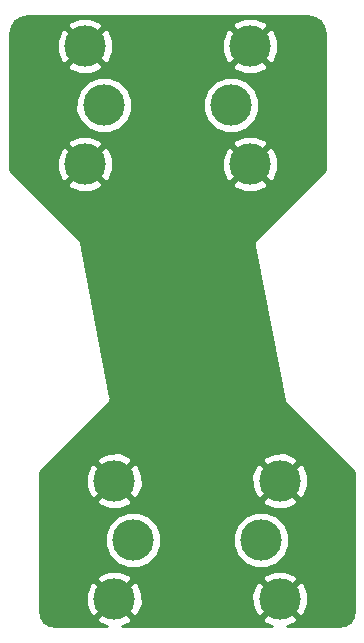
<source format=gbl>
G04 #@! TF.FileFunction,Copper,L2,Bot,Signal*
%FSLAX46Y46*%
G04 Gerber Fmt 4.6, Leading zero omitted, Abs format (unit mm)*
G04 Created by KiCad (PCBNEW 4.0.1-stable) date Tuesday, April 26, 2016 'AMt' 05:14:25 AM*
%MOMM*%
G01*
G04 APERTURE LIST*
%ADD10C,0.100000*%
%ADD11C,3.500000*%
%ADD12C,0.254000*%
G04 APERTURE END LIST*
D10*
D11*
X137400000Y-115000000D03*
X139000000Y-120000000D03*
X139000000Y-110000000D03*
X126600000Y-115000000D03*
X125000000Y-110000000D03*
X125000000Y-120000000D03*
X134900000Y-78200000D03*
X136500000Y-83200000D03*
X136500000Y-73200000D03*
X124100000Y-78200000D03*
X122500000Y-73200000D03*
X122500000Y-83200000D03*
D12*
G36*
X141998094Y-70797497D02*
X142420357Y-71079643D01*
X142702503Y-71501906D01*
X142815000Y-72067466D01*
X142815000Y-83716264D01*
X137015632Y-89515632D01*
X136979349Y-89569933D01*
X136932876Y-89615819D01*
X136905823Y-89679973D01*
X136867143Y-89737862D01*
X136854402Y-89801914D01*
X136829026Y-89862092D01*
X136828583Y-89931714D01*
X136815000Y-90000000D01*
X136827741Y-90064055D01*
X136827326Y-90129360D01*
X139327326Y-103129360D01*
X139353560Y-103193852D01*
X139367143Y-103262138D01*
X139403426Y-103316440D01*
X139428034Y-103376934D01*
X139476951Y-103426477D01*
X139515632Y-103484368D01*
X145315000Y-109283736D01*
X145315000Y-120932534D01*
X145202503Y-121498094D01*
X144920357Y-121920357D01*
X144498094Y-122202503D01*
X143932533Y-122315000D01*
X139658966Y-122315000D01*
X140324636Y-122039271D01*
X140514923Y-121694528D01*
X139000000Y-120179605D01*
X137485077Y-121694528D01*
X137675364Y-122039271D01*
X138366266Y-122315000D01*
X125658966Y-122315000D01*
X126324636Y-122039271D01*
X126514923Y-121694528D01*
X125000000Y-120179605D01*
X123485077Y-121694528D01*
X123675364Y-122039271D01*
X124366266Y-122315000D01*
X120067466Y-122315000D01*
X119501906Y-122202503D01*
X119079643Y-121920357D01*
X118797497Y-121498094D01*
X118685000Y-120932533D01*
X118685000Y-119556591D01*
X122609044Y-119556591D01*
X122621359Y-120505323D01*
X122960729Y-121324636D01*
X123305472Y-121514923D01*
X124820395Y-120000000D01*
X125179605Y-120000000D01*
X126694528Y-121514923D01*
X127039271Y-121324636D01*
X127390956Y-120443409D01*
X127379445Y-119556591D01*
X136609044Y-119556591D01*
X136621359Y-120505323D01*
X136960729Y-121324636D01*
X137305472Y-121514923D01*
X138820395Y-120000000D01*
X139179605Y-120000000D01*
X140694528Y-121514923D01*
X141039271Y-121324636D01*
X141390956Y-120443409D01*
X141378641Y-119494677D01*
X141039271Y-118675364D01*
X140694528Y-118485077D01*
X139179605Y-120000000D01*
X138820395Y-120000000D01*
X137305472Y-118485077D01*
X136960729Y-118675364D01*
X136609044Y-119556591D01*
X127379445Y-119556591D01*
X127378641Y-119494677D01*
X127039271Y-118675364D01*
X126694528Y-118485077D01*
X125179605Y-120000000D01*
X124820395Y-120000000D01*
X123305472Y-118485077D01*
X122960729Y-118675364D01*
X122609044Y-119556591D01*
X118685000Y-119556591D01*
X118685000Y-118305472D01*
X123485077Y-118305472D01*
X125000000Y-119820395D01*
X126514923Y-118305472D01*
X137485077Y-118305472D01*
X139000000Y-119820395D01*
X140514923Y-118305472D01*
X140324636Y-117960729D01*
X139443409Y-117609044D01*
X138494677Y-117621359D01*
X137675364Y-117960729D01*
X137485077Y-118305472D01*
X126514923Y-118305472D01*
X126324636Y-117960729D01*
X125443409Y-117609044D01*
X124494677Y-117621359D01*
X123675364Y-117960729D01*
X123485077Y-118305472D01*
X118685000Y-118305472D01*
X118685000Y-115472325D01*
X124214587Y-115472325D01*
X124576916Y-116349229D01*
X125247242Y-117020726D01*
X126123513Y-117384585D01*
X127072325Y-117385413D01*
X127949229Y-117023084D01*
X128620726Y-116352758D01*
X128984585Y-115476487D01*
X128984588Y-115472325D01*
X135014587Y-115472325D01*
X135376916Y-116349229D01*
X136047242Y-117020726D01*
X136923513Y-117384585D01*
X137872325Y-117385413D01*
X138749229Y-117023084D01*
X139420726Y-116352758D01*
X139784585Y-115476487D01*
X139785413Y-114527675D01*
X139423084Y-113650771D01*
X138752758Y-112979274D01*
X137876487Y-112615415D01*
X136927675Y-112614587D01*
X136050771Y-112976916D01*
X135379274Y-113647242D01*
X135015415Y-114523513D01*
X135014587Y-115472325D01*
X128984588Y-115472325D01*
X128985413Y-114527675D01*
X128623084Y-113650771D01*
X127952758Y-112979274D01*
X127076487Y-112615415D01*
X126127675Y-112614587D01*
X125250771Y-112976916D01*
X124579274Y-113647242D01*
X124215415Y-114523513D01*
X124214587Y-115472325D01*
X118685000Y-115472325D01*
X118685000Y-111694528D01*
X123485077Y-111694528D01*
X123675364Y-112039271D01*
X124556591Y-112390956D01*
X125505323Y-112378641D01*
X126324636Y-112039271D01*
X126514923Y-111694528D01*
X137485077Y-111694528D01*
X137675364Y-112039271D01*
X138556591Y-112390956D01*
X139505323Y-112378641D01*
X140324636Y-112039271D01*
X140514923Y-111694528D01*
X139000000Y-110179605D01*
X137485077Y-111694528D01*
X126514923Y-111694528D01*
X125000000Y-110179605D01*
X123485077Y-111694528D01*
X118685000Y-111694528D01*
X118685000Y-109556591D01*
X122609044Y-109556591D01*
X122621359Y-110505323D01*
X122960729Y-111324636D01*
X123305472Y-111514923D01*
X124820395Y-110000000D01*
X125179605Y-110000000D01*
X126694528Y-111514923D01*
X127039271Y-111324636D01*
X127390956Y-110443409D01*
X127379445Y-109556591D01*
X136609044Y-109556591D01*
X136621359Y-110505323D01*
X136960729Y-111324636D01*
X137305472Y-111514923D01*
X138820395Y-110000000D01*
X139179605Y-110000000D01*
X140694528Y-111514923D01*
X141039271Y-111324636D01*
X141390956Y-110443409D01*
X141378641Y-109494677D01*
X141039271Y-108675364D01*
X140694528Y-108485077D01*
X139179605Y-110000000D01*
X138820395Y-110000000D01*
X137305472Y-108485077D01*
X136960729Y-108675364D01*
X136609044Y-109556591D01*
X127379445Y-109556591D01*
X127378641Y-109494677D01*
X127039271Y-108675364D01*
X126694528Y-108485077D01*
X125179605Y-110000000D01*
X124820395Y-110000000D01*
X123305472Y-108485077D01*
X122960729Y-108675364D01*
X122609044Y-109556591D01*
X118685000Y-109556591D01*
X118685000Y-109283736D01*
X119663264Y-108305472D01*
X123485077Y-108305472D01*
X125000000Y-109820395D01*
X126514923Y-108305472D01*
X137485077Y-108305472D01*
X139000000Y-109820395D01*
X140514923Y-108305472D01*
X140324636Y-107960729D01*
X139443409Y-107609044D01*
X138494677Y-107621359D01*
X137675364Y-107960729D01*
X137485077Y-108305472D01*
X126514923Y-108305472D01*
X126324636Y-107960729D01*
X125443409Y-107609044D01*
X124494677Y-107621359D01*
X123675364Y-107960729D01*
X123485077Y-108305472D01*
X119663264Y-108305472D01*
X124484368Y-103484368D01*
X124520651Y-103430066D01*
X124567124Y-103384181D01*
X124594177Y-103320027D01*
X124632857Y-103262138D01*
X124645598Y-103198086D01*
X124670974Y-103137908D01*
X124671417Y-103068287D01*
X124685000Y-103000000D01*
X124672259Y-102935945D01*
X124672674Y-102870639D01*
X122172674Y-89870640D01*
X122146440Y-89806148D01*
X122132857Y-89737862D01*
X122096575Y-89683561D01*
X122071966Y-89623065D01*
X122023048Y-89573521D01*
X121984368Y-89515632D01*
X117363264Y-84894528D01*
X120985077Y-84894528D01*
X121175364Y-85239271D01*
X122056591Y-85590956D01*
X123005323Y-85578641D01*
X123824636Y-85239271D01*
X124014923Y-84894528D01*
X134985077Y-84894528D01*
X135175364Y-85239271D01*
X136056591Y-85590956D01*
X137005323Y-85578641D01*
X137824636Y-85239271D01*
X138014923Y-84894528D01*
X136500000Y-83379605D01*
X134985077Y-84894528D01*
X124014923Y-84894528D01*
X122500000Y-83379605D01*
X120985077Y-84894528D01*
X117363264Y-84894528D01*
X116185000Y-83716264D01*
X116185000Y-82756591D01*
X120109044Y-82756591D01*
X120121359Y-83705323D01*
X120460729Y-84524636D01*
X120805472Y-84714923D01*
X122320395Y-83200000D01*
X122679605Y-83200000D01*
X124194528Y-84714923D01*
X124539271Y-84524636D01*
X124890956Y-83643409D01*
X124879445Y-82756591D01*
X134109044Y-82756591D01*
X134121359Y-83705323D01*
X134460729Y-84524636D01*
X134805472Y-84714923D01*
X136320395Y-83200000D01*
X136679605Y-83200000D01*
X138194528Y-84714923D01*
X138539271Y-84524636D01*
X138890956Y-83643409D01*
X138878641Y-82694677D01*
X138539271Y-81875364D01*
X138194528Y-81685077D01*
X136679605Y-83200000D01*
X136320395Y-83200000D01*
X134805472Y-81685077D01*
X134460729Y-81875364D01*
X134109044Y-82756591D01*
X124879445Y-82756591D01*
X124878641Y-82694677D01*
X124539271Y-81875364D01*
X124194528Y-81685077D01*
X122679605Y-83200000D01*
X122320395Y-83200000D01*
X120805472Y-81685077D01*
X120460729Y-81875364D01*
X120109044Y-82756591D01*
X116185000Y-82756591D01*
X116185000Y-81505472D01*
X120985077Y-81505472D01*
X122500000Y-83020395D01*
X124014923Y-81505472D01*
X134985077Y-81505472D01*
X136500000Y-83020395D01*
X138014923Y-81505472D01*
X137824636Y-81160729D01*
X136943409Y-80809044D01*
X135994677Y-80821359D01*
X135175364Y-81160729D01*
X134985077Y-81505472D01*
X124014923Y-81505472D01*
X123824636Y-81160729D01*
X122943409Y-80809044D01*
X121994677Y-80821359D01*
X121175364Y-81160729D01*
X120985077Y-81505472D01*
X116185000Y-81505472D01*
X116185000Y-78672325D01*
X121714587Y-78672325D01*
X122076916Y-79549229D01*
X122747242Y-80220726D01*
X123623513Y-80584585D01*
X124572325Y-80585413D01*
X125449229Y-80223084D01*
X126120726Y-79552758D01*
X126484585Y-78676487D01*
X126484588Y-78672325D01*
X132514587Y-78672325D01*
X132876916Y-79549229D01*
X133547242Y-80220726D01*
X134423513Y-80584585D01*
X135372325Y-80585413D01*
X136249229Y-80223084D01*
X136920726Y-79552758D01*
X137284585Y-78676487D01*
X137285413Y-77727675D01*
X136923084Y-76850771D01*
X136252758Y-76179274D01*
X135376487Y-75815415D01*
X134427675Y-75814587D01*
X133550771Y-76176916D01*
X132879274Y-76847242D01*
X132515415Y-77723513D01*
X132514587Y-78672325D01*
X126484588Y-78672325D01*
X126485413Y-77727675D01*
X126123084Y-76850771D01*
X125452758Y-76179274D01*
X124576487Y-75815415D01*
X123627675Y-75814587D01*
X122750771Y-76176916D01*
X122079274Y-76847242D01*
X121715415Y-77723513D01*
X121714587Y-78672325D01*
X116185000Y-78672325D01*
X116185000Y-74894528D01*
X120985077Y-74894528D01*
X121175364Y-75239271D01*
X122056591Y-75590956D01*
X123005323Y-75578641D01*
X123824636Y-75239271D01*
X124014923Y-74894528D01*
X134985077Y-74894528D01*
X135175364Y-75239271D01*
X136056591Y-75590956D01*
X137005323Y-75578641D01*
X137824636Y-75239271D01*
X138014923Y-74894528D01*
X136500000Y-73379605D01*
X134985077Y-74894528D01*
X124014923Y-74894528D01*
X122500000Y-73379605D01*
X120985077Y-74894528D01*
X116185000Y-74894528D01*
X116185000Y-72756591D01*
X120109044Y-72756591D01*
X120121359Y-73705323D01*
X120460729Y-74524636D01*
X120805472Y-74714923D01*
X122320395Y-73200000D01*
X122679605Y-73200000D01*
X124194528Y-74714923D01*
X124539271Y-74524636D01*
X124890956Y-73643409D01*
X124879445Y-72756591D01*
X134109044Y-72756591D01*
X134121359Y-73705323D01*
X134460729Y-74524636D01*
X134805472Y-74714923D01*
X136320395Y-73200000D01*
X136679605Y-73200000D01*
X138194528Y-74714923D01*
X138539271Y-74524636D01*
X138890956Y-73643409D01*
X138878641Y-72694677D01*
X138539271Y-71875364D01*
X138194528Y-71685077D01*
X136679605Y-73200000D01*
X136320395Y-73200000D01*
X134805472Y-71685077D01*
X134460729Y-71875364D01*
X134109044Y-72756591D01*
X124879445Y-72756591D01*
X124878641Y-72694677D01*
X124539271Y-71875364D01*
X124194528Y-71685077D01*
X122679605Y-73200000D01*
X122320395Y-73200000D01*
X120805472Y-71685077D01*
X120460729Y-71875364D01*
X120109044Y-72756591D01*
X116185000Y-72756591D01*
X116185000Y-72067467D01*
X116296787Y-71505472D01*
X120985077Y-71505472D01*
X122500000Y-73020395D01*
X124014923Y-71505472D01*
X134985077Y-71505472D01*
X136500000Y-73020395D01*
X138014923Y-71505472D01*
X137824636Y-71160729D01*
X136943409Y-70809044D01*
X135994677Y-70821359D01*
X135175364Y-71160729D01*
X134985077Y-71505472D01*
X124014923Y-71505472D01*
X123824636Y-71160729D01*
X122943409Y-70809044D01*
X121994677Y-70821359D01*
X121175364Y-71160729D01*
X120985077Y-71505472D01*
X116296787Y-71505472D01*
X116297497Y-71501906D01*
X116579643Y-71079643D01*
X117001906Y-70797497D01*
X117567466Y-70685000D01*
X141432533Y-70685000D01*
X141998094Y-70797497D01*
X141998094Y-70797497D01*
G37*
X141998094Y-70797497D02*
X142420357Y-71079643D01*
X142702503Y-71501906D01*
X142815000Y-72067466D01*
X142815000Y-83716264D01*
X137015632Y-89515632D01*
X136979349Y-89569933D01*
X136932876Y-89615819D01*
X136905823Y-89679973D01*
X136867143Y-89737862D01*
X136854402Y-89801914D01*
X136829026Y-89862092D01*
X136828583Y-89931714D01*
X136815000Y-90000000D01*
X136827741Y-90064055D01*
X136827326Y-90129360D01*
X139327326Y-103129360D01*
X139353560Y-103193852D01*
X139367143Y-103262138D01*
X139403426Y-103316440D01*
X139428034Y-103376934D01*
X139476951Y-103426477D01*
X139515632Y-103484368D01*
X145315000Y-109283736D01*
X145315000Y-120932534D01*
X145202503Y-121498094D01*
X144920357Y-121920357D01*
X144498094Y-122202503D01*
X143932533Y-122315000D01*
X139658966Y-122315000D01*
X140324636Y-122039271D01*
X140514923Y-121694528D01*
X139000000Y-120179605D01*
X137485077Y-121694528D01*
X137675364Y-122039271D01*
X138366266Y-122315000D01*
X125658966Y-122315000D01*
X126324636Y-122039271D01*
X126514923Y-121694528D01*
X125000000Y-120179605D01*
X123485077Y-121694528D01*
X123675364Y-122039271D01*
X124366266Y-122315000D01*
X120067466Y-122315000D01*
X119501906Y-122202503D01*
X119079643Y-121920357D01*
X118797497Y-121498094D01*
X118685000Y-120932533D01*
X118685000Y-119556591D01*
X122609044Y-119556591D01*
X122621359Y-120505323D01*
X122960729Y-121324636D01*
X123305472Y-121514923D01*
X124820395Y-120000000D01*
X125179605Y-120000000D01*
X126694528Y-121514923D01*
X127039271Y-121324636D01*
X127390956Y-120443409D01*
X127379445Y-119556591D01*
X136609044Y-119556591D01*
X136621359Y-120505323D01*
X136960729Y-121324636D01*
X137305472Y-121514923D01*
X138820395Y-120000000D01*
X139179605Y-120000000D01*
X140694528Y-121514923D01*
X141039271Y-121324636D01*
X141390956Y-120443409D01*
X141378641Y-119494677D01*
X141039271Y-118675364D01*
X140694528Y-118485077D01*
X139179605Y-120000000D01*
X138820395Y-120000000D01*
X137305472Y-118485077D01*
X136960729Y-118675364D01*
X136609044Y-119556591D01*
X127379445Y-119556591D01*
X127378641Y-119494677D01*
X127039271Y-118675364D01*
X126694528Y-118485077D01*
X125179605Y-120000000D01*
X124820395Y-120000000D01*
X123305472Y-118485077D01*
X122960729Y-118675364D01*
X122609044Y-119556591D01*
X118685000Y-119556591D01*
X118685000Y-118305472D01*
X123485077Y-118305472D01*
X125000000Y-119820395D01*
X126514923Y-118305472D01*
X137485077Y-118305472D01*
X139000000Y-119820395D01*
X140514923Y-118305472D01*
X140324636Y-117960729D01*
X139443409Y-117609044D01*
X138494677Y-117621359D01*
X137675364Y-117960729D01*
X137485077Y-118305472D01*
X126514923Y-118305472D01*
X126324636Y-117960729D01*
X125443409Y-117609044D01*
X124494677Y-117621359D01*
X123675364Y-117960729D01*
X123485077Y-118305472D01*
X118685000Y-118305472D01*
X118685000Y-115472325D01*
X124214587Y-115472325D01*
X124576916Y-116349229D01*
X125247242Y-117020726D01*
X126123513Y-117384585D01*
X127072325Y-117385413D01*
X127949229Y-117023084D01*
X128620726Y-116352758D01*
X128984585Y-115476487D01*
X128984588Y-115472325D01*
X135014587Y-115472325D01*
X135376916Y-116349229D01*
X136047242Y-117020726D01*
X136923513Y-117384585D01*
X137872325Y-117385413D01*
X138749229Y-117023084D01*
X139420726Y-116352758D01*
X139784585Y-115476487D01*
X139785413Y-114527675D01*
X139423084Y-113650771D01*
X138752758Y-112979274D01*
X137876487Y-112615415D01*
X136927675Y-112614587D01*
X136050771Y-112976916D01*
X135379274Y-113647242D01*
X135015415Y-114523513D01*
X135014587Y-115472325D01*
X128984588Y-115472325D01*
X128985413Y-114527675D01*
X128623084Y-113650771D01*
X127952758Y-112979274D01*
X127076487Y-112615415D01*
X126127675Y-112614587D01*
X125250771Y-112976916D01*
X124579274Y-113647242D01*
X124215415Y-114523513D01*
X124214587Y-115472325D01*
X118685000Y-115472325D01*
X118685000Y-111694528D01*
X123485077Y-111694528D01*
X123675364Y-112039271D01*
X124556591Y-112390956D01*
X125505323Y-112378641D01*
X126324636Y-112039271D01*
X126514923Y-111694528D01*
X137485077Y-111694528D01*
X137675364Y-112039271D01*
X138556591Y-112390956D01*
X139505323Y-112378641D01*
X140324636Y-112039271D01*
X140514923Y-111694528D01*
X139000000Y-110179605D01*
X137485077Y-111694528D01*
X126514923Y-111694528D01*
X125000000Y-110179605D01*
X123485077Y-111694528D01*
X118685000Y-111694528D01*
X118685000Y-109556591D01*
X122609044Y-109556591D01*
X122621359Y-110505323D01*
X122960729Y-111324636D01*
X123305472Y-111514923D01*
X124820395Y-110000000D01*
X125179605Y-110000000D01*
X126694528Y-111514923D01*
X127039271Y-111324636D01*
X127390956Y-110443409D01*
X127379445Y-109556591D01*
X136609044Y-109556591D01*
X136621359Y-110505323D01*
X136960729Y-111324636D01*
X137305472Y-111514923D01*
X138820395Y-110000000D01*
X139179605Y-110000000D01*
X140694528Y-111514923D01*
X141039271Y-111324636D01*
X141390956Y-110443409D01*
X141378641Y-109494677D01*
X141039271Y-108675364D01*
X140694528Y-108485077D01*
X139179605Y-110000000D01*
X138820395Y-110000000D01*
X137305472Y-108485077D01*
X136960729Y-108675364D01*
X136609044Y-109556591D01*
X127379445Y-109556591D01*
X127378641Y-109494677D01*
X127039271Y-108675364D01*
X126694528Y-108485077D01*
X125179605Y-110000000D01*
X124820395Y-110000000D01*
X123305472Y-108485077D01*
X122960729Y-108675364D01*
X122609044Y-109556591D01*
X118685000Y-109556591D01*
X118685000Y-109283736D01*
X119663264Y-108305472D01*
X123485077Y-108305472D01*
X125000000Y-109820395D01*
X126514923Y-108305472D01*
X137485077Y-108305472D01*
X139000000Y-109820395D01*
X140514923Y-108305472D01*
X140324636Y-107960729D01*
X139443409Y-107609044D01*
X138494677Y-107621359D01*
X137675364Y-107960729D01*
X137485077Y-108305472D01*
X126514923Y-108305472D01*
X126324636Y-107960729D01*
X125443409Y-107609044D01*
X124494677Y-107621359D01*
X123675364Y-107960729D01*
X123485077Y-108305472D01*
X119663264Y-108305472D01*
X124484368Y-103484368D01*
X124520651Y-103430066D01*
X124567124Y-103384181D01*
X124594177Y-103320027D01*
X124632857Y-103262138D01*
X124645598Y-103198086D01*
X124670974Y-103137908D01*
X124671417Y-103068287D01*
X124685000Y-103000000D01*
X124672259Y-102935945D01*
X124672674Y-102870639D01*
X122172674Y-89870640D01*
X122146440Y-89806148D01*
X122132857Y-89737862D01*
X122096575Y-89683561D01*
X122071966Y-89623065D01*
X122023048Y-89573521D01*
X121984368Y-89515632D01*
X117363264Y-84894528D01*
X120985077Y-84894528D01*
X121175364Y-85239271D01*
X122056591Y-85590956D01*
X123005323Y-85578641D01*
X123824636Y-85239271D01*
X124014923Y-84894528D01*
X134985077Y-84894528D01*
X135175364Y-85239271D01*
X136056591Y-85590956D01*
X137005323Y-85578641D01*
X137824636Y-85239271D01*
X138014923Y-84894528D01*
X136500000Y-83379605D01*
X134985077Y-84894528D01*
X124014923Y-84894528D01*
X122500000Y-83379605D01*
X120985077Y-84894528D01*
X117363264Y-84894528D01*
X116185000Y-83716264D01*
X116185000Y-82756591D01*
X120109044Y-82756591D01*
X120121359Y-83705323D01*
X120460729Y-84524636D01*
X120805472Y-84714923D01*
X122320395Y-83200000D01*
X122679605Y-83200000D01*
X124194528Y-84714923D01*
X124539271Y-84524636D01*
X124890956Y-83643409D01*
X124879445Y-82756591D01*
X134109044Y-82756591D01*
X134121359Y-83705323D01*
X134460729Y-84524636D01*
X134805472Y-84714923D01*
X136320395Y-83200000D01*
X136679605Y-83200000D01*
X138194528Y-84714923D01*
X138539271Y-84524636D01*
X138890956Y-83643409D01*
X138878641Y-82694677D01*
X138539271Y-81875364D01*
X138194528Y-81685077D01*
X136679605Y-83200000D01*
X136320395Y-83200000D01*
X134805472Y-81685077D01*
X134460729Y-81875364D01*
X134109044Y-82756591D01*
X124879445Y-82756591D01*
X124878641Y-82694677D01*
X124539271Y-81875364D01*
X124194528Y-81685077D01*
X122679605Y-83200000D01*
X122320395Y-83200000D01*
X120805472Y-81685077D01*
X120460729Y-81875364D01*
X120109044Y-82756591D01*
X116185000Y-82756591D01*
X116185000Y-81505472D01*
X120985077Y-81505472D01*
X122500000Y-83020395D01*
X124014923Y-81505472D01*
X134985077Y-81505472D01*
X136500000Y-83020395D01*
X138014923Y-81505472D01*
X137824636Y-81160729D01*
X136943409Y-80809044D01*
X135994677Y-80821359D01*
X135175364Y-81160729D01*
X134985077Y-81505472D01*
X124014923Y-81505472D01*
X123824636Y-81160729D01*
X122943409Y-80809044D01*
X121994677Y-80821359D01*
X121175364Y-81160729D01*
X120985077Y-81505472D01*
X116185000Y-81505472D01*
X116185000Y-78672325D01*
X121714587Y-78672325D01*
X122076916Y-79549229D01*
X122747242Y-80220726D01*
X123623513Y-80584585D01*
X124572325Y-80585413D01*
X125449229Y-80223084D01*
X126120726Y-79552758D01*
X126484585Y-78676487D01*
X126484588Y-78672325D01*
X132514587Y-78672325D01*
X132876916Y-79549229D01*
X133547242Y-80220726D01*
X134423513Y-80584585D01*
X135372325Y-80585413D01*
X136249229Y-80223084D01*
X136920726Y-79552758D01*
X137284585Y-78676487D01*
X137285413Y-77727675D01*
X136923084Y-76850771D01*
X136252758Y-76179274D01*
X135376487Y-75815415D01*
X134427675Y-75814587D01*
X133550771Y-76176916D01*
X132879274Y-76847242D01*
X132515415Y-77723513D01*
X132514587Y-78672325D01*
X126484588Y-78672325D01*
X126485413Y-77727675D01*
X126123084Y-76850771D01*
X125452758Y-76179274D01*
X124576487Y-75815415D01*
X123627675Y-75814587D01*
X122750771Y-76176916D01*
X122079274Y-76847242D01*
X121715415Y-77723513D01*
X121714587Y-78672325D01*
X116185000Y-78672325D01*
X116185000Y-74894528D01*
X120985077Y-74894528D01*
X121175364Y-75239271D01*
X122056591Y-75590956D01*
X123005323Y-75578641D01*
X123824636Y-75239271D01*
X124014923Y-74894528D01*
X134985077Y-74894528D01*
X135175364Y-75239271D01*
X136056591Y-75590956D01*
X137005323Y-75578641D01*
X137824636Y-75239271D01*
X138014923Y-74894528D01*
X136500000Y-73379605D01*
X134985077Y-74894528D01*
X124014923Y-74894528D01*
X122500000Y-73379605D01*
X120985077Y-74894528D01*
X116185000Y-74894528D01*
X116185000Y-72756591D01*
X120109044Y-72756591D01*
X120121359Y-73705323D01*
X120460729Y-74524636D01*
X120805472Y-74714923D01*
X122320395Y-73200000D01*
X122679605Y-73200000D01*
X124194528Y-74714923D01*
X124539271Y-74524636D01*
X124890956Y-73643409D01*
X124879445Y-72756591D01*
X134109044Y-72756591D01*
X134121359Y-73705323D01*
X134460729Y-74524636D01*
X134805472Y-74714923D01*
X136320395Y-73200000D01*
X136679605Y-73200000D01*
X138194528Y-74714923D01*
X138539271Y-74524636D01*
X138890956Y-73643409D01*
X138878641Y-72694677D01*
X138539271Y-71875364D01*
X138194528Y-71685077D01*
X136679605Y-73200000D01*
X136320395Y-73200000D01*
X134805472Y-71685077D01*
X134460729Y-71875364D01*
X134109044Y-72756591D01*
X124879445Y-72756591D01*
X124878641Y-72694677D01*
X124539271Y-71875364D01*
X124194528Y-71685077D01*
X122679605Y-73200000D01*
X122320395Y-73200000D01*
X120805472Y-71685077D01*
X120460729Y-71875364D01*
X120109044Y-72756591D01*
X116185000Y-72756591D01*
X116185000Y-72067467D01*
X116296787Y-71505472D01*
X120985077Y-71505472D01*
X122500000Y-73020395D01*
X124014923Y-71505472D01*
X134985077Y-71505472D01*
X136500000Y-73020395D01*
X138014923Y-71505472D01*
X137824636Y-71160729D01*
X136943409Y-70809044D01*
X135994677Y-70821359D01*
X135175364Y-71160729D01*
X134985077Y-71505472D01*
X124014923Y-71505472D01*
X123824636Y-71160729D01*
X122943409Y-70809044D01*
X121994677Y-70821359D01*
X121175364Y-71160729D01*
X120985077Y-71505472D01*
X116296787Y-71505472D01*
X116297497Y-71501906D01*
X116579643Y-71079643D01*
X117001906Y-70797497D01*
X117567466Y-70685000D01*
X141432533Y-70685000D01*
X141998094Y-70797497D01*
M02*

</source>
